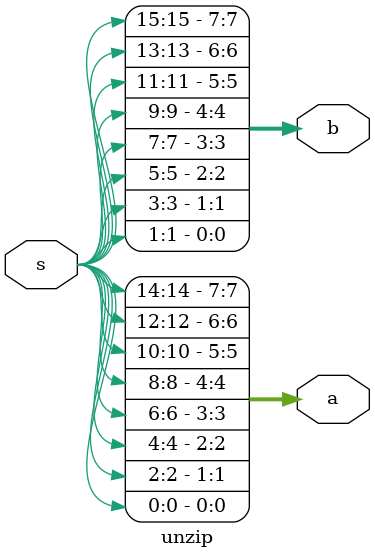
<source format=v>
/*
 * Unzip (Deinterleave) Module
 *
 * Copyright (c) 2021 Alexei A. Smekalkine <ikle@ikle.ru>
 *
 * SPDX-License-Identifier: BSD-2-Clause
 */

`ifndef LOGIC_UNZIP_V
`define LOGIC_UNZIP_V  1

module unzip #(
	parameter W = 8
)(
	input [2*W-1:0] s, output [W-1:0] a, output [W-1:0] b
);
	genvar i;

	for (i = 0; i < W; i = i + 1) begin : unzip
		assign a[i] = s[i*2 + 0];
		assign b[i] = s[i*2 + 1];
	end
endmodule

`endif  /* LOGIC_UNZIP_V */

</source>
